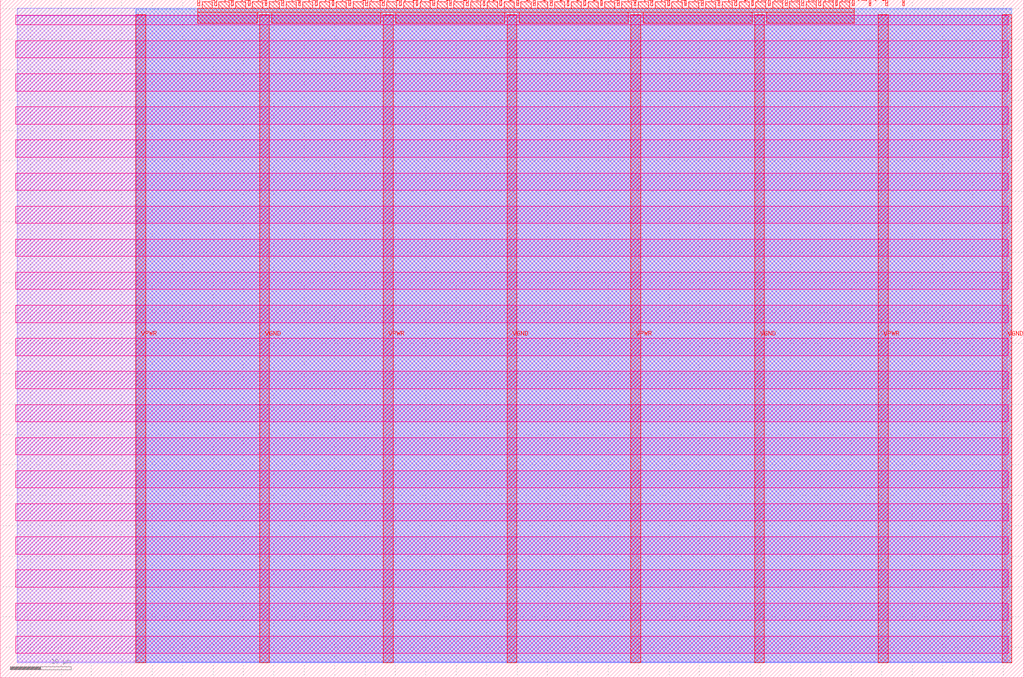
<source format=lef>
VERSION 5.7 ;
  NOWIREEXTENSIONATPIN ON ;
  DIVIDERCHAR "/" ;
  BUSBITCHARS "[]" ;
MACRO tt_um_wokwi_380416616536542209_dup
  CLASS BLOCK ;
  FOREIGN tt_um_wokwi_380416616536542209_dup ;
  ORIGIN 0.000 0.000 ;
  SIZE 168.360 BY 111.520 ;
  PIN VGND
    DIRECTION INOUT ;
    USE GROUND ;
    PORT
      LAYER met4 ;
        RECT 42.670 2.480 44.270 109.040 ;
    END
    PORT
      LAYER met4 ;
        RECT 83.380 2.480 84.980 109.040 ;
    END
    PORT
      LAYER met4 ;
        RECT 124.090 2.480 125.690 109.040 ;
    END
    PORT
      LAYER met4 ;
        RECT 164.800 2.480 166.400 109.040 ;
    END
  END VGND
  PIN VPWR
    DIRECTION INOUT ;
    USE POWER ;
    PORT
      LAYER met4 ;
        RECT 22.315 2.480 23.915 109.040 ;
    END
    PORT
      LAYER met4 ;
        RECT 63.025 2.480 64.625 109.040 ;
    END
    PORT
      LAYER met4 ;
        RECT 103.735 2.480 105.335 109.040 ;
    END
    PORT
      LAYER met4 ;
        RECT 144.445 2.480 146.045 109.040 ;
    END
  END VPWR
  PIN clk
    DIRECTION INPUT ;
    USE SIGNAL ;
    PORT
      LAYER met4 ;
        RECT 145.670 110.520 145.970 111.520 ;
    END
  END clk
  PIN ena
    DIRECTION INPUT ;
    USE SIGNAL ;
    PORT
      LAYER met4 ;
        RECT 148.430 110.520 148.730 111.520 ;
    END
  END ena
  PIN rst_n
    DIRECTION INPUT ;
    USE SIGNAL ;
    PORT
      LAYER met4 ;
        RECT 142.910 110.520 143.210 111.520 ;
    END
  END rst_n
  PIN ui_in[0]
    DIRECTION INPUT ;
    USE SIGNAL ;
    ANTENNAGATEAREA 0.196500 ;
    PORT
      LAYER met4 ;
        RECT 140.150 110.520 140.450 111.520 ;
    END
  END ui_in[0]
  PIN ui_in[1]
    DIRECTION INPUT ;
    USE SIGNAL ;
    ANTENNAGATEAREA 0.196500 ;
    PORT
      LAYER met4 ;
        RECT 137.390 110.520 137.690 111.520 ;
    END
  END ui_in[1]
  PIN ui_in[2]
    DIRECTION INPUT ;
    USE SIGNAL ;
    ANTENNAGATEAREA 0.196500 ;
    PORT
      LAYER met4 ;
        RECT 134.630 110.520 134.930 111.520 ;
    END
  END ui_in[2]
  PIN ui_in[3]
    DIRECTION INPUT ;
    USE SIGNAL ;
    ANTENNAGATEAREA 0.196500 ;
    PORT
      LAYER met4 ;
        RECT 131.870 110.520 132.170 111.520 ;
    END
  END ui_in[3]
  PIN ui_in[4]
    DIRECTION INPUT ;
    USE SIGNAL ;
    ANTENNAGATEAREA 0.196500 ;
    PORT
      LAYER met4 ;
        RECT 129.110 110.520 129.410 111.520 ;
    END
  END ui_in[4]
  PIN ui_in[5]
    DIRECTION INPUT ;
    USE SIGNAL ;
    ANTENNAGATEAREA 0.196500 ;
    PORT
      LAYER met4 ;
        RECT 126.350 110.520 126.650 111.520 ;
    END
  END ui_in[5]
  PIN ui_in[6]
    DIRECTION INPUT ;
    USE SIGNAL ;
    ANTENNAGATEAREA 0.196500 ;
    PORT
      LAYER met4 ;
        RECT 123.590 110.520 123.890 111.520 ;
    END
  END ui_in[6]
  PIN ui_in[7]
    DIRECTION INPUT ;
    USE SIGNAL ;
    ANTENNAGATEAREA 0.196500 ;
    PORT
      LAYER met4 ;
        RECT 120.830 110.520 121.130 111.520 ;
    END
  END ui_in[7]
  PIN uio_in[0]
    DIRECTION INPUT ;
    USE SIGNAL ;
    PORT
      LAYER met4 ;
        RECT 118.070 110.520 118.370 111.520 ;
    END
  END uio_in[0]
  PIN uio_in[1]
    DIRECTION INPUT ;
    USE SIGNAL ;
    PORT
      LAYER met4 ;
        RECT 115.310 110.520 115.610 111.520 ;
    END
  END uio_in[1]
  PIN uio_in[2]
    DIRECTION INPUT ;
    USE SIGNAL ;
    PORT
      LAYER met4 ;
        RECT 112.550 110.520 112.850 111.520 ;
    END
  END uio_in[2]
  PIN uio_in[3]
    DIRECTION INPUT ;
    USE SIGNAL ;
    PORT
      LAYER met4 ;
        RECT 109.790 110.520 110.090 111.520 ;
    END
  END uio_in[3]
  PIN uio_in[4]
    DIRECTION INPUT ;
    USE SIGNAL ;
    PORT
      LAYER met4 ;
        RECT 107.030 110.520 107.330 111.520 ;
    END
  END uio_in[4]
  PIN uio_in[5]
    DIRECTION INPUT ;
    USE SIGNAL ;
    PORT
      LAYER met4 ;
        RECT 104.270 110.520 104.570 111.520 ;
    END
  END uio_in[5]
  PIN uio_in[6]
    DIRECTION INPUT ;
    USE SIGNAL ;
    PORT
      LAYER met4 ;
        RECT 101.510 110.520 101.810 111.520 ;
    END
  END uio_in[6]
  PIN uio_in[7]
    DIRECTION INPUT ;
    USE SIGNAL ;
    PORT
      LAYER met4 ;
        RECT 98.750 110.520 99.050 111.520 ;
    END
  END uio_in[7]
  PIN uio_oe[0]
    DIRECTION OUTPUT TRISTATE ;
    USE SIGNAL ;
    PORT
      LAYER met4 ;
        RECT 51.830 110.520 52.130 111.520 ;
    END
  END uio_oe[0]
  PIN uio_oe[1]
    DIRECTION OUTPUT TRISTATE ;
    USE SIGNAL ;
    PORT
      LAYER met4 ;
        RECT 49.070 110.520 49.370 111.520 ;
    END
  END uio_oe[1]
  PIN uio_oe[2]
    DIRECTION OUTPUT TRISTATE ;
    USE SIGNAL ;
    PORT
      LAYER met4 ;
        RECT 46.310 110.520 46.610 111.520 ;
    END
  END uio_oe[2]
  PIN uio_oe[3]
    DIRECTION OUTPUT TRISTATE ;
    USE SIGNAL ;
    PORT
      LAYER met4 ;
        RECT 43.550 110.520 43.850 111.520 ;
    END
  END uio_oe[3]
  PIN uio_oe[4]
    DIRECTION OUTPUT TRISTATE ;
    USE SIGNAL ;
    PORT
      LAYER met4 ;
        RECT 40.790 110.520 41.090 111.520 ;
    END
  END uio_oe[4]
  PIN uio_oe[5]
    DIRECTION OUTPUT TRISTATE ;
    USE SIGNAL ;
    PORT
      LAYER met4 ;
        RECT 38.030 110.520 38.330 111.520 ;
    END
  END uio_oe[5]
  PIN uio_oe[6]
    DIRECTION OUTPUT TRISTATE ;
    USE SIGNAL ;
    PORT
      LAYER met4 ;
        RECT 35.270 110.520 35.570 111.520 ;
    END
  END uio_oe[6]
  PIN uio_oe[7]
    DIRECTION OUTPUT TRISTATE ;
    USE SIGNAL ;
    PORT
      LAYER met4 ;
        RECT 32.510 110.520 32.810 111.520 ;
    END
  END uio_oe[7]
  PIN uio_out[0]
    DIRECTION OUTPUT TRISTATE ;
    USE SIGNAL ;
    PORT
      LAYER met4 ;
        RECT 73.910 110.520 74.210 111.520 ;
    END
  END uio_out[0]
  PIN uio_out[1]
    DIRECTION OUTPUT TRISTATE ;
    USE SIGNAL ;
    PORT
      LAYER met4 ;
        RECT 71.150 110.520 71.450 111.520 ;
    END
  END uio_out[1]
  PIN uio_out[2]
    DIRECTION OUTPUT TRISTATE ;
    USE SIGNAL ;
    PORT
      LAYER met4 ;
        RECT 68.390 110.520 68.690 111.520 ;
    END
  END uio_out[2]
  PIN uio_out[3]
    DIRECTION OUTPUT TRISTATE ;
    USE SIGNAL ;
    PORT
      LAYER met4 ;
        RECT 65.630 110.520 65.930 111.520 ;
    END
  END uio_out[3]
  PIN uio_out[4]
    DIRECTION OUTPUT TRISTATE ;
    USE SIGNAL ;
    PORT
      LAYER met4 ;
        RECT 62.870 110.520 63.170 111.520 ;
    END
  END uio_out[4]
  PIN uio_out[5]
    DIRECTION OUTPUT TRISTATE ;
    USE SIGNAL ;
    PORT
      LAYER met4 ;
        RECT 60.110 110.520 60.410 111.520 ;
    END
  END uio_out[5]
  PIN uio_out[6]
    DIRECTION OUTPUT TRISTATE ;
    USE SIGNAL ;
    PORT
      LAYER met4 ;
        RECT 57.350 110.520 57.650 111.520 ;
    END
  END uio_out[6]
  PIN uio_out[7]
    DIRECTION OUTPUT TRISTATE ;
    USE SIGNAL ;
    PORT
      LAYER met4 ;
        RECT 54.590 110.520 54.890 111.520 ;
    END
  END uio_out[7]
  PIN uo_out[0]
    DIRECTION OUTPUT TRISTATE ;
    USE SIGNAL ;
    ANTENNADIFFAREA 0.795200 ;
    PORT
      LAYER met4 ;
        RECT 95.990 110.520 96.290 111.520 ;
    END
  END uo_out[0]
  PIN uo_out[1]
    DIRECTION OUTPUT TRISTATE ;
    USE SIGNAL ;
    ANTENNADIFFAREA 0.795200 ;
    PORT
      LAYER met4 ;
        RECT 93.230 110.520 93.530 111.520 ;
    END
  END uo_out[1]
  PIN uo_out[2]
    DIRECTION OUTPUT TRISTATE ;
    USE SIGNAL ;
    ANTENNADIFFAREA 0.445500 ;
    PORT
      LAYER met4 ;
        RECT 90.470 110.520 90.770 111.520 ;
    END
  END uo_out[2]
  PIN uo_out[3]
    DIRECTION OUTPUT TRISTATE ;
    USE SIGNAL ;
    ANTENNADIFFAREA 0.445500 ;
    PORT
      LAYER met4 ;
        RECT 87.710 110.520 88.010 111.520 ;
    END
  END uo_out[3]
  PIN uo_out[4]
    DIRECTION OUTPUT TRISTATE ;
    USE SIGNAL ;
    ANTENNADIFFAREA 0.445500 ;
    PORT
      LAYER met4 ;
        RECT 84.950 110.520 85.250 111.520 ;
    END
  END uo_out[4]
  PIN uo_out[5]
    DIRECTION OUTPUT TRISTATE ;
    USE SIGNAL ;
    ANTENNADIFFAREA 0.445500 ;
    PORT
      LAYER met4 ;
        RECT 82.190 110.520 82.490 111.520 ;
    END
  END uo_out[5]
  PIN uo_out[6]
    DIRECTION OUTPUT TRISTATE ;
    USE SIGNAL ;
    ANTENNADIFFAREA 0.795200 ;
    PORT
      LAYER met4 ;
        RECT 79.430 110.520 79.730 111.520 ;
    END
  END uo_out[6]
  PIN uo_out[7]
    DIRECTION OUTPUT TRISTATE ;
    USE SIGNAL ;
    ANTENNADIFFAREA 0.795200 ;
    PORT
      LAYER met4 ;
        RECT 76.670 110.520 76.970 111.520 ;
    END
  END uo_out[7]
  OBS
      LAYER nwell ;
        RECT 2.570 107.385 165.790 108.990 ;
        RECT 2.570 101.945 165.790 104.775 ;
        RECT 2.570 96.505 165.790 99.335 ;
        RECT 2.570 91.065 165.790 93.895 ;
        RECT 2.570 85.625 165.790 88.455 ;
        RECT 2.570 80.185 165.790 83.015 ;
        RECT 2.570 74.745 165.790 77.575 ;
        RECT 2.570 69.305 165.790 72.135 ;
        RECT 2.570 63.865 165.790 66.695 ;
        RECT 2.570 58.425 165.790 61.255 ;
        RECT 2.570 52.985 165.790 55.815 ;
        RECT 2.570 47.545 165.790 50.375 ;
        RECT 2.570 42.105 165.790 44.935 ;
        RECT 2.570 36.665 165.790 39.495 ;
        RECT 2.570 31.225 165.790 34.055 ;
        RECT 2.570 25.785 165.790 28.615 ;
        RECT 2.570 20.345 165.790 23.175 ;
        RECT 2.570 14.905 165.790 17.735 ;
        RECT 2.570 9.465 165.790 12.295 ;
        RECT 2.570 4.025 165.790 6.855 ;
      LAYER li1 ;
        RECT 2.760 2.635 165.600 108.885 ;
      LAYER met1 ;
        RECT 2.760 2.480 166.400 110.120 ;
      LAYER met2 ;
        RECT 22.345 2.535 166.370 110.150 ;
      LAYER met3 ;
        RECT 22.325 2.555 166.390 109.985 ;
      LAYER met4 ;
        RECT 33.210 110.120 34.870 111.170 ;
        RECT 35.970 110.120 37.630 111.170 ;
        RECT 38.730 110.120 40.390 111.170 ;
        RECT 41.490 110.120 43.150 111.170 ;
        RECT 44.250 110.120 45.910 111.170 ;
        RECT 47.010 110.120 48.670 111.170 ;
        RECT 49.770 110.120 51.430 111.170 ;
        RECT 52.530 110.120 54.190 111.170 ;
        RECT 55.290 110.120 56.950 111.170 ;
        RECT 58.050 110.120 59.710 111.170 ;
        RECT 60.810 110.120 62.470 111.170 ;
        RECT 63.570 110.120 65.230 111.170 ;
        RECT 66.330 110.120 67.990 111.170 ;
        RECT 69.090 110.120 70.750 111.170 ;
        RECT 71.850 110.120 73.510 111.170 ;
        RECT 74.610 110.120 76.270 111.170 ;
        RECT 77.370 110.120 79.030 111.170 ;
        RECT 80.130 110.120 81.790 111.170 ;
        RECT 82.890 110.120 84.550 111.170 ;
        RECT 85.650 110.120 87.310 111.170 ;
        RECT 88.410 110.120 90.070 111.170 ;
        RECT 91.170 110.120 92.830 111.170 ;
        RECT 93.930 110.120 95.590 111.170 ;
        RECT 96.690 110.120 98.350 111.170 ;
        RECT 99.450 110.120 101.110 111.170 ;
        RECT 102.210 110.120 103.870 111.170 ;
        RECT 104.970 110.120 106.630 111.170 ;
        RECT 107.730 110.120 109.390 111.170 ;
        RECT 110.490 110.120 112.150 111.170 ;
        RECT 113.250 110.120 114.910 111.170 ;
        RECT 116.010 110.120 117.670 111.170 ;
        RECT 118.770 110.120 120.430 111.170 ;
        RECT 121.530 110.120 123.190 111.170 ;
        RECT 124.290 110.120 125.950 111.170 ;
        RECT 127.050 110.120 128.710 111.170 ;
        RECT 129.810 110.120 131.470 111.170 ;
        RECT 132.570 110.120 134.230 111.170 ;
        RECT 135.330 110.120 136.990 111.170 ;
        RECT 138.090 110.120 139.750 111.170 ;
        RECT 32.495 109.440 140.465 110.120 ;
        RECT 32.495 107.615 42.270 109.440 ;
        RECT 44.670 107.615 62.625 109.440 ;
        RECT 65.025 107.615 82.980 109.440 ;
        RECT 85.380 107.615 103.335 109.440 ;
        RECT 105.735 107.615 123.690 109.440 ;
        RECT 126.090 107.615 140.465 109.440 ;
  END
END tt_um_wokwi_380416616536542209_dup
END LIBRARY


</source>
